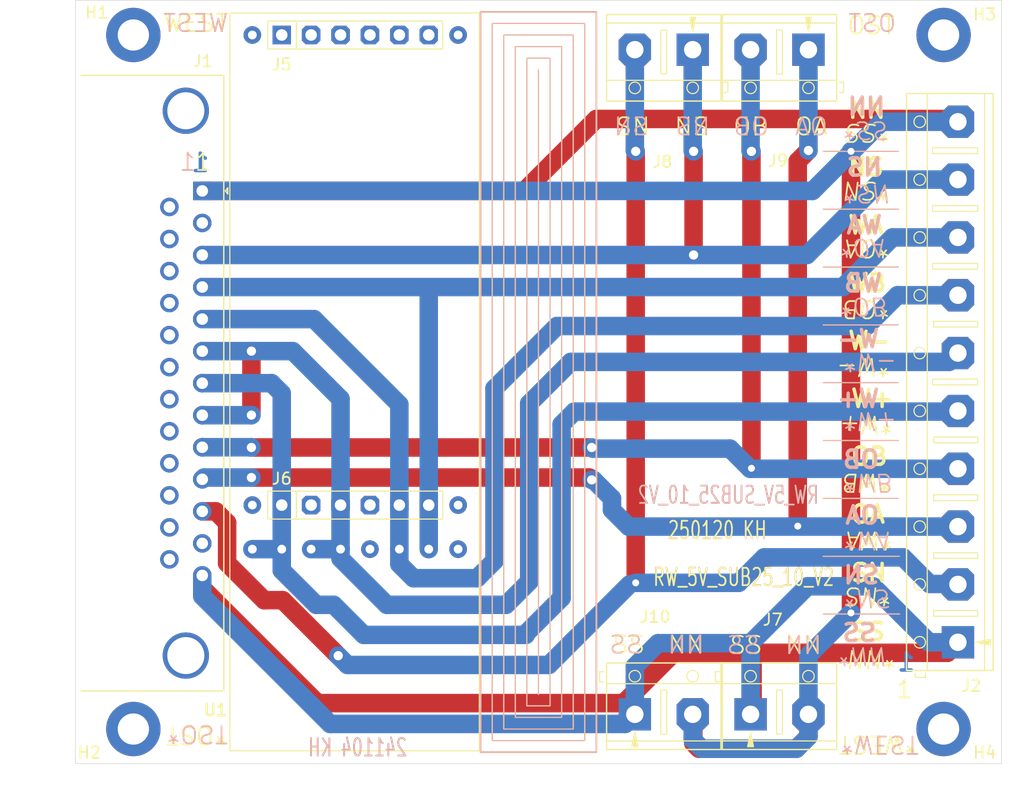
<source format=kicad_pcb>
(kicad_pcb (version 20240108) (generator "pcbnew") (generator_version "8.0")
  (layers (0 "F.Cu" signal) (31 "B.Cu" signal) (34 "B.Paste" user) (35 "F.Paste" user) (36 "B.SilkS" user "B.Silkscreen") (37 "F.SilkS" user "F.Silkscreen") (38 "B.Mask" user) (39 "F.Mask" user) (44 "Edge.Cuts" user))
  (net 0 "")
  (net 2 "/WB")
  (net 5 "/NN")
  (net 7 "/OB")
  (net 10 "/WA")
  (net 13 "/SN")
  (net 16 "/W-")
  (net 17 "/W+")
  (net 18 "/SS")
  (net 19 "/OA")
  (net 23 "/NS")
  (footprint "MountingHole:MountingHole_2.7mm_M2.5_DIN965_Pad_TopBottom" (layer "F.Cu") (at 102.9 87.94)
    (property "Reference" "H4" (at 3.556 2.032 0) (layer "F.SilkS"))
    (property "Value" "MountingHole" (hide yes))
    (pad "1" thru_hole circle (at 0 0) (size 3.1 3.1) (drill 2.7) (layers "*.Cu" "*.Mask"))
    (pad "1" connect circle (at 0 0) (size 4.7 4.7) (layers "F.Cu" "F.Mask"))
    (pad "1" connect circle (at 0 0) (size 4.7 4.7) (layers "B.Cu" "B.Mask"))
  )
  (footprint "_kh_library:Screw_Terminal_01x02_P5" (layer "F.Cu") (at 81.225 29.21 -90)
    (property "Reference" "J8" (at 9.69 2.625 0) (layer "F.SilkS"))
    (property "Value" "Screw_Terminal_01x02_P5" (hide yes))
    (fp_line (start -2.3 -2.44) (end -2.3 7.44) (stroke (width 0.1)) (layer "F.SilkS"))
    (fp_line (start 2.65 -2.44) (end 2.65 7.44) (stroke (width 0.1)) (layer "F.SilkS"))
    (fp_line (start 2.81 -3.04) (end 2.81 -2.68) (stroke (width 0.1)) (layer "F.SilkS"))
    (fp_line (start 2.81 -3.04) (end 3.69 -3.04) (stroke (width 0.1)) (layer "F.SilkS"))
    (fp_line (start 3.69 -3.04) (end 3.69 -2.68) (stroke (width 0.1)) (layer "F.SilkS"))
    (fp_rect (start -1.7 2.25) (end 2.1 2.75) (stroke (width 0.1)) (fill none) (layer "F.SilkS"))
    (fp_rect (start -3.04 -2.44) (end 4.44 7.44) (stroke (width 0.12)) (fill none) (layer "F.SilkS"))
    (fp_circle (center 3.3 5) (end 3.8 5) (stroke (width 0.1)) (fill none) (layer "F.SilkS"))
    (fp_circle (center 3.3 0) (end 3.8 0) (stroke (width 0.1)) (fill none) (layer "F.SilkS"))
    (fp_poly (pts (xy -2.794 -0.254) (xy -1.524 0) (xy -2.794 0.254)) (stroke (width 0.1)) (fill solid) (layer "F.SilkS"))
    (pad "1" thru_hole rect (at 0 0 270) (size 2.8 2.8) (drill 1.5) (layers "*.Cu" "*.Mask") (net 23 "/NS"))
    (pad "2" thru_hole roundrect (at 0 5 270) (size 2.8 2.8) (drill 1.5) (layers "*.Cu" "*.Mask") (roundrect_rratio 0) (chamfer_ratio 0.2) (chamfer top_left top_right bottom_left bottom_right) (net 13 "/SN"))
  )
  (footprint "_kh_library:Screw_Terminal_01x02_P5" (layer "F.Cu") (at 76.225 86.67 90)
    (property "Reference" "J10" (at 8.438 1.753 360) (layer "F.SilkS"))
    (property "Value" "Screw_Terminal_01x02_P5")
    (fp_line (start 3.69 -3.04) (end 3.69 -2.68) (stroke (width 0.1)) (layer "F.SilkS"))
    (fp_line (start 2.81 -3.04) (end 3.69 -3.04) (stroke (width 0.1)) (layer "F.SilkS"))
    (fp_line (start 2.81 -3.04) (end 2.81 -2.68) (stroke (width 0.1)) (layer "F.SilkS"))
    (fp_line (start 2.65 -2.44) (end 2.65 7.44) (stroke (width 0.1)) (layer "F.SilkS"))
    (fp_line (start -2.3 -2.44) (end -2.3 7.44) (stroke (width 0.1)) (layer "F.SilkS"))
    (fp_rect (start -3.04 -2.44) (end 4.44 7.44) (stroke (width 0.12)) (fill none) (layer "F.SilkS"))
    (fp_rect (start -1.7 2.25) (end 2.1 2.75) (stroke (width 0.1)) (fill none) (layer "F.SilkS"))
    (fp_circle (center 3.3 0) (end 3.8 0) (stroke (width 0.1)) (fill none) (layer "F.SilkS"))
    (fp_circle (center 3.3 5) (end 3.8 5) (stroke (width 0.1)) (fill none) (layer "F.SilkS"))
    (fp_poly (pts (xy -2.794 -0.254) (xy -1.524 0) (xy -2.794 0.254)) (stroke (width 0.1)) (fill solid) (layer "F.SilkS"))
    (pad "1" thru_hole rect (at 0 0 90) (size 2.8 2.8) (drill 1.5) (layers "*.Cu" "*.Mask") (net 18 "/SS"))
    (pad "2" thru_hole roundrect (at 0 5 90) (size 2.8 2.8) (drill 1.5) (layers "*.Cu" "*.Mask") (roundrect_rratio 0) (chamfer_ratio 0.2) (chamfer top_left top_right bottom_left bottom_right) (net 5 "/NN"))
  )
  (footprint "MountingHole:MountingHole_2.7mm_M2.5_DIN965_Pad_TopBottom" (layer "F.Cu") (at 102.9 27.94)
    (property "Reference" "H3" (at 3.556 -1.778 0) (layer "F.SilkS"))
    (property "Value" "MountingHole" (hide yes))
    (pad "1" thru_hole circle (at 0 0) (size 3.1 3.1) (drill 2.7) (layers "*.Cu" "*.Mask"))
    (pad "1" connect circle (at 0 0) (size 4.7 4.7) (layers "F.Cu" "F.Mask"))
    (pad "1" connect circle (at 0 0) (size 4.7 4.7) (layers "B.Cu" "B.Mask"))
  )
  (footprint "_kh_library:PinSocket_1x06_P2.54mm_Vertical_kh" (layer "F.Cu") (at 45.72 68.58 90)
    (property "Reference" "J6" (at 2.286 0 180) (layer "F.SilkS"))
    (property "Value" "Conn_01x06")
    (fp_line (start -1.21 1.27) (end 1.21 1.27) (stroke (width 0.12)) (layer "F.SilkS"))
    (fp_rect (start -1.21 -1.21) (end 1.21 13.91) (stroke (width 0.1)) (fill none) (layer "F.SilkS"))
    (pad "1" thru_hole rect (at 0 0 90) (size 1.6 1.6) (drill 1) (layers "*.Cu" "*.Mask") (net 17 "/W+"))
    (pad "2" thru_hole roundrect (at 0 2.54 90) (size 1.6 1.6) (drill 1) (layers "*.Cu" "*.Mask") (roundrect_rratio 0) (chamfer_ratio 0.2) (chamfer top_left top_right bottom_left bottom_right))
    (pad "3" thru_hole roundrect (at 0 5.08 90) (size 1.6 1.6) (drill 1) (layers "*.Cu" "*.Mask") (roundrect_rratio 0) (chamfer_ratio 0.2) (chamfer top_left top_right bottom_left bottom_right) (net 16 "/W-"))
    (pad "4" thru_hole roundrect (at 0 7.62 90) (size 1.6 1.6) (drill 1) (layers "*.Cu" "*.Mask") (roundrect_rratio 0) (chamfer_ratio 0.2) (chamfer top_left top_right bottom_left bottom_right))
    (pad "5" thru_hole roundrect (at 0 10.16 90) (size 1.6 1.6) (drill 1) (layers "*.Cu" "*.Mask") (roundrect_rratio 0) (chamfer_ratio 0.2) (chamfer top_left top_right bottom_left bottom_right) (net 2 "/WB"))
    (pad "6" thru_hole roundrect (at 0 12.7 90) (size 1.6 1.6) (drill 1) (layers "*.Cu" "*.Mask") (roundrect_rratio 0) (chamfer_ratio 0.2) (chamfer top_left top_right bottom_left bottom_right) (net 10 "/WA"))
  )
  (footprint "MountingHole:MountingHole_2.7mm_M2.5_DIN965_Pad_TopBottom" (layer "F.Cu") (at 32.9 27.94)
    (property "Reference" "H1" (at -3.17 -1.94 0) (layer "F.SilkS"))
    (property "Value" "MountingHole" (hide yes))
    (pad "1" thru_hole circle (at 0 0) (size 3.1 3.1) (drill 2.7) (layers "*.Cu" "*.Mask"))
    (pad "1" connect circle (at 0 0) (size 4.7 4.7) (layers "F.Cu" "F.Mask"))
    (pad "1" connect circle (at 0 0) (size 4.7 4.7) (layers "B.Cu" "B.Mask"))
  )
  (footprint "_kh_library:PinSocket_1x06_P2.54mm_Vertical_kh" (layer "F.Cu") (at 45.72 27.94 90)
    (property "Reference" "J5" (at -2.54 0 180) (layer "F.SilkS"))
    (property "Value" "Conn_01x06")
    (fp_line (start -1.21 1.27) (end 1.21 1.27) (stroke (width 0.12)) (layer "F.SilkS"))
    (fp_rect (start -1.21 -1.21) (end 1.21 13.91) (stroke (width 0.1)) (fill none) (layer "F.SilkS"))
    (pad "1" thru_hole rect (at 0 0 90) (size 1.6 1.6) (drill 1) (layers "*.Cu" "*.Mask"))
    (pad "2" thru_hole roundrect (at 0 2.54 90) (size 1.6 1.6) (drill 1) (layers "*.Cu" "*.Mask") (roundrect_rratio 0) (chamfer_ratio 0.2) (chamfer top_left top_right bottom_left bottom_right))
    (pad "3" thru_hole roundrect (at 0 5.08 90) (size 1.6 1.6) (drill 1) (layers "*.Cu" "*.Mask") (roundrect_rratio 0) (chamfer_ratio 0.2) (chamfer top_left top_right bottom_left bottom_right))
    (pad "4" thru_hole roundrect (at 0 7.62 90) (size 1.6 1.6) (drill 1) (layers "*.Cu" "*.Mask") (roundrect_rratio 0) (chamfer_ratio 0.2) (chamfer top_left top_right bottom_left bottom_right))
    (pad "5" thru_hole roundrect (at 0 10.16 90) (size 1.6 1.6) (drill 1) (layers "*.Cu" "*.Mask") (roundrect_rratio 0) (chamfer_ratio 0.2) (chamfer top_left top_right bottom_left bottom_right))
    (pad "6" thru_hole roundrect (at 0 12.7 90) (size 1.6 1.6) (drill 1) (layers "*.Cu" "*.Mask") (roundrect_rratio 0) (chamfer_ratio 0.2) (chamfer top_left top_right bottom_left bottom_right))
  )
  (footprint "_kh_library:AC_5V_supply_6pol_PinsOnly" (layer "F.Cu") (at 43.18 72.39 90)
    (property "Reference" "U1" (at -13.91 -3.18 0) (layer "F.SilkS") (effects (font (thickness 0.2) (bold yes))))
    (property "Value" "~" (hide yes))
    (pad "1" thru_hole circle (at 0 0 90) (size 1.524 1.524) (drill 0.762) (layers "*.Cu" "*.Mask") (net 17 "/W+"))
    (pad "2" thru_hole circle (at 0 2.54 90) (size 1.524 1.524) (drill 0.762) (layers "*.Cu" "*.Mask") (net 17 "/W+"))
    (pad "3" thru_hole circle (at 0 5.08 90) (size 1.524 1.524) (drill 0.762) (layers "*.Cu" "*.Mask") (net 16 "/W-"))
    (pad "4" thru_hole circle (at 0 7.62 90) (size 1.524 1.524) (drill 0.762) (layers "*.Cu" "*.Mask") (net 16 "/W-"))
    (pad "5" thru_hole circle (at 0 10.16 90) (size 1.524 1.524) (drill 0.762) (layers "*.Cu" "*.Mask"))
    (pad "6" thru_hole circle (at 0 12.7 90) (size 1.524 1.524) (drill 0.762) (layers "*.Cu" "*.Mask") (net 2 "/WB"))
    (pad "7" thru_hole circle (at 0 15.24 90) (size 1.524 1.524) (drill 0.762) (layers "*.Cu" "*.Mask") (net 10 "/WA"))
    (pad "8" thru_hole circle (at 0 17.78 90) (size 1.524 1.524) (drill 0.762) (layers "*.Cu" "*.Mask"))
    (pad "9" thru_hole circle (at 3.81 0 90) (size 1.524 1.524) (drill 0.762) (layers "*.Cu" "*.Mask"))
    (pad "10" thru_hole circle (at 3.81 17.78 90) (size 1.524 1.524) (drill 0.762) (layers "*.Cu" "*.Mask"))
    (pad "11" thru_hole circle (at 44.45 0 90) (size 1.524 1.524) (drill 0.762) (layers "*.Cu" "*.Mask"))
    (pad "12" thru_hole circle (at 44.45 17.78 90) (size 1.524 1.524) (drill 0.762) (layers "*.Cu" "*.Mask"))
  )
  (footprint "_kh_library:DSUB-25_Male_Horizontal_P2.77x2.84mm_EdgePinOffset7.70mm_Housed_MountingHolesOffset9.12mm" (layer "F.Cu") (at 38.854 41.42 -90)
    (property "Reference" "J1" (at -11.22 -0.046 180) (layer "F.SilkS"))
    (property "Value" "DB25_Plug")
    (fp_line (start -9.99 10.48) (end -9.99 -1.86) (stroke (width 0.12)) (layer "F.SilkS"))
    (fp_line (start -9.99 -1.86) (end 43.23 -1.86) (stroke (width 0.12)) (layer "F.SilkS"))
    (fp_line (start 43.23 -1.86) (end 43.23 10.48) (stroke (width 0.12)) (layer "F.SilkS"))
    (fp_line (start 0 -2) (end -0.25 -2.2) (stroke (width 0.12)) (layer "F.SilkS"))
    (fp_line (start -0.25 -2.2) (end 0.25 -2.2) (stroke (width 0.12)) (layer "F.SilkS"))
    (fp_line (start 0.254 -2.2) (end 0 -2) (stroke (width 0.12)) (layer "F.SilkS"))
    (pad "0" thru_hole circle (at -6.93 1.42 270) (size 4 4) (drill 3.2) (layers "*.Cu" "*.Mask"))
    (pad "0" thru_hole circle (at 40.17 1.42 270) (size 4 4) (drill 3.2) (layers "*.Cu" "*.Mask"))
    (pad "1" thru_hole rect (at 0 0 270) (size 1.6 1.6) (drill 1) (layers "*.Cu" "*.Mask") (net 5 "/NN"))
    (pad "2" thru_hole circle (at 2.77 0 270) (size 1.6 1.6) (drill 1) (layers "*.Cu" "*.Mask"))
    (pad "3" thru_hole circle (at 5.54 0 270) (size 1.6 1.6) (drill 1) (layers "*.Cu" "*.Mask") (net 23 "/NS"))
    (pad "4" thru_hole circle (at 8.31 0 270) (size 1.6 1.6) (drill 1) (layers "*.Cu" "*.Mask") (net 10 "/WA"))
    (pad "5" thru_hole circle (at 11.08 0 270) (size 1.6 1.6) (drill 1) (layers "*.Cu" "*.Mask") (net 2 "/WB"))
    (pad "6" thru_hole circle (at 13.85 0 270) (size 1.6 1.6) (drill 1) (layers "*.Cu" "*.Mask") (net 16 "/W-"))
    (pad "7" thru_hole circle (at 16.62 0 270) (size 1.6 1.6) (drill 1) (layers "*.Cu" "*.Mask") (net 17 "/W+"))
    (pad "8" thru_hole circle (at 19.39 0 270) (size 1.6 1.6) (drill 1) (layers "*.Cu" "*.Mask") (net 16 "/W-"))
    (pad "9" thru_hole circle (at 22.16 0 270) (size 1.6 1.6) (drill 1) (layers "*.Cu" "*.Mask") (net 7 "/OB"))
    (pad "10" thru_hole circle (at 24.93 0 270) (size 1.6 1.6) (drill 1) (layers "*.Cu" "*.Mask") (net 19 "/OA"))
    (pad "11" thru_hole circle (at 27.7 0 270) (size 1.6 1.6) (drill 1) (layers "*.Cu" "*.Mask") (net 13 "/SN"))
    (pad "12" thru_hole circle (at 30.47 0 270) (size 1.6 1.6) (drill 1) (layers "*.Cu" "*.Mask"))
    (pad "13" thru_hole circle (at 33.24 0 270) (size 1.6 1.6) (drill 1) (layers "*.Cu" "*.Mask") (net 18 "/SS"))
    (pad "14" thru_hole circle (at 1.385 2.84 270) (size 1.6 1.6) (drill 1) (layers "*.Cu" "*.Mask"))
    (pad "15" thru_hole circle (at 4.155 2.84 270) (size 1.6 1.6) (drill 1) (layers "*.Cu" "*.Mask"))
    (pad "16" thru_hole circle (at 6.925 2.84 270) (size 1.6 1.6) (drill 1) (layers "*.Cu" "*.Mask"))
    (pad "17" thru_hole circle (at 9.695 2.84 270) (size 1.6 1.6) (drill 1) (layers "*.Cu" "*.Mask"))
    (pad "18" thru_hole circle (at 12.465 2.84 270) (size 1.6 1.6) (drill 1) (layers "*.Cu" "*.Mask"))
    (pad "19" thru_hole circle (at 15.235 2.84 270) (size 1.6 1.6) (drill 1) (layers "*.Cu" "*.Mask"))
    (pad "20" thru_hole circle (at 18.005 2.84 270) (size 1.6 1.6) (drill 1) (layers "*.Cu" "*.Mask"))
    (pad "21" thru_hole circle (at 20.775 2.84 270) (size 1.6 1.6) (drill 1) (layers "*.Cu" "*.Mask"))
    (pad "22" thru_hole circle (at 23.545 2.84 270) (size 1.6 1.6) (drill 1) (layers "*.Cu" "*.Mask"))
    (pad "23" thru_hole circle (at 26.315 2.84 270) (size 1.6 1.6) (drill 1) (layers "*.Cu" "*.Mask"))
    (pad "24" thru_hole circle (at 29.085 2.84 270) (size 1.6 1.6) (drill 1) (layers "*.Cu" "*.Mask"))
    (pad "25" thru_hole circle (at 31.855 2.84 270) (size 1.6 1.6) (drill 1) (layers "*.Cu" "*.Mask"))
  )
  (footprint "_kh_library:Screw_Terminal_01x02_P5" (layer "F.Cu") (at 86.225 86.67 90)
    (property "Reference" "J7" (at 8.184 1.913 0) (layer "F.SilkS"))
    (property "Value" "Screw_Terminal_01x02_P5" (hide yes))
    (fp_line (start 3.69 -3.04) (end 3.69 -2.68) (stroke (width 0.1)) (layer "F.SilkS"))
    (fp_line (start 2.81 -3.04) (end 3.69 -3.04) (stroke (width 0.1)) (layer "F.SilkS"))
    (fp_line (start 2.81 -3.04) (end 2.81 -2.68) (stroke (width 0.1)) (layer "F.SilkS"))
    (fp_line (start 2.65 -2.44) (end 2.65 7.44) (stroke (width 0.1)) (layer "F.SilkS"))
    (fp_line (start -2.3 -2.44) (end -2.3 7.44) (stroke (width 0.1)) (layer "F.SilkS"))
    (fp_rect (start -3.04 -2.44) (end 4.44 7.44) (stroke (width 0.12)) (fill none) (layer "F.SilkS"))
    (fp_rect (start -1.7 2.25) (end 2.1 2.75) (stroke (width 0.1)) (fill none) (layer "F.SilkS"))
    (fp_circle (center 3.3 0) (end 3.8 0) (stroke (width 0.1)) (fill none) (layer "F.SilkS"))
    (fp_circle (center 3.3 5) (end 3.8 5) (stroke (width 0.1)) (fill none) (layer "F.SilkS"))
    (fp_poly (pts (xy -2.794 -0.254) (xy -1.524 0) (xy -2.794 0.254)) (stroke (width 0.1)) (fill solid) (layer "F.SilkS"))
    (pad "1" thru_hole rect (at 0 0 90) (size 2.8 2.8) (drill 1.5) (layers "*.Cu" "*.Mask") (net 18 "/SS"))
    (pad "2" thru_hole roundrect (at 0 5 90) (size 2.8 2.8) (drill 1.5) (layers "*.Cu" "*.Mask") (roundrect_rratio 0) (chamfer_ratio 0.2) (chamfer top_left top_right bottom_left bottom_right) (net 5 "/NN"))
  )
  (footprint "MountingHole:MountingHole_2.7mm_M2.5_DIN965_Pad_TopBottom" (layer "F.Cu") (at 32.9 87.94)
    (property "Reference" "H2" (at -3.81 2.032 0) (layer "F.SilkS"))
    (property "Value" "MountingHole" (hide yes))
    (pad "1" thru_hole circle (at 0 0) (size 3.1 3.1) (drill 2.7) (layers "*.Cu" "*.Mask"))
    (pad "1" connect circle (at 0 0) (size 4.7 4.7) (layers "F.Cu" "F.Mask"))
    (pad "1" connect circle (at 0 0) (size 4.7 4.7) (layers "B.Cu" "B.Mask"))
  )
  (footprint "_kh_library:Screw_Terminal_01x10_P5" (layer "F.Cu") (at 104.14 80.44 180)
    (property "Reference" "J2" (at -1.16 -3.76 180) (layer "F.SilkS"))
    (property "Value" "Screw_Terminal_01x10_P5")
    (fp_line (start 3.69 -3.04) (end 3.69 -2.68) (stroke (width 0.1)) (layer "F.SilkS"))
    (fp_line (start 2.81 -3.04) (end 3.69 -3.04) (stroke (width 0.1)) (layer "F.SilkS"))
    (fp_line (start 2.81 -3.04) (end 2.81 -2.68) (stroke (width 0.1)) (layer "F.SilkS"))
    (fp_line (start 2.65 -2.44) (end 2.65 47.44) (stroke (width 0.1)) (layer "F.SilkS"))
    (fp_line (start -2.3 -2.44) (end -2.3 47.44) (stroke (width 0.1)) (layer "F.SilkS"))
    (fp_rect (start -1.7 42.25) (end 2.2 42.75) (stroke (width 0.1)) (fill none) (layer "F.SilkS"))
    (fp_rect (start -1.7 37.25) (end 2.2 37.75) (stroke (width 0.1)) (fill none) (layer "F.SilkS"))
    (fp_rect (start -1.7 32.25) (end 2.2 32.75) (stroke (width 0.1)) (fill none) (layer "F.SilkS"))
    (fp_rect (start -1.7 27.25) (end 2.1 27.75) (stroke (width 0.1)) (fill none) (layer "F.SilkS"))
    (fp_rect (start -1.7 22.25) (end 2.2 22.75) (stroke (width 0.1)) (fill none) (layer "F.SilkS"))
    (fp_rect (start -1.7 17.25) (end 2.1 17.75) (stroke (width 0.1)) (fill none) (layer "F.SilkS"))
    (fp_rect (start -1.7 12.25) (end 2.1 12.75) (stroke (width 0.1)) (fill none) (layer "F.SilkS"))
    (fp_rect (start -1.7 7.25) (end 2.1 7.75) (stroke (width 0.1)) (fill none) (layer "F.SilkS"))
    (fp_rect (start -1.7 2.25) (end 2.1 2.75) (stroke (width 0.1)) (fill none) (layer "F.SilkS"))
    (fp_rect (start -3.04 -2.44) (end 4.44 47.44) (stroke (width 0.12)) (fill none) (layer "F.SilkS"))
    (fp_circle (center 3.3 45) (end 3.8 45) (stroke (width 0.1)) (fill none) (layer "F.SilkS"))
    (fp_circle (center 3.3 40) (end 3.8 40) (stroke (width 0.1)) (fill none) (layer "F.SilkS"))
    (fp_circle (center 3.3 35) (end 3.8 35) (stroke (width 0.1)) (fill none) (layer "F.SilkS"))
    (fp_circle (center 3.3 30) (end 3.8 30) (stroke (width 0.1)) (fill none) (layer "F.SilkS"))
    (fp_circle (center 3.3 25) (end 3.8 25) (stroke (width 0.1)) (fill none) (layer "F.SilkS"))
    (fp_circle (center 3.3 20) (end 3.8 20) (stroke (width 0.1)) (fill none) (layer "F.SilkS"))
    (fp_circle (center 3.3 15) (end 3.8 15) (stroke (width 0.1)) (fill none) (layer "F.SilkS"))
    (fp_circle (center 3.3 10) (end 3.8 10) (stroke (width 0.1)) (fill none) (layer "F.SilkS"))
    (fp_circle (center 3.3 5) (end 3.8 5) (stroke (width 0.1)) (fill none) (layer "F.SilkS"))
    (fp_circle (center 3.3 0) (end 3.8 0) (stroke (width 0.1)) (fill none) (layer "F.SilkS"))
    (fp_poly (pts (xy -2.794 -0.254) (xy -1.524 0) (xy -2.794 0.254)) (stroke (width 0.1)) (fill solid) (layer "F.SilkS"))
    (pad "1" thru_hole rect (at 0 0 180) (size 2.8 2.8) (drill 1.5) (layers "*.Cu" "*.Mask") (net 18 "/SS"))
    (pad "2" thru_hole roundrect (at 0 5 180) (size 2.8 2.8) (drill 1.5) (layers "*.Cu" "*.Mask") (roundrect_rratio 0) (chamfer_ratio 0.2) (chamfer top_left top_right bottom_left bottom_right) (net 13 "/SN"))
    (pad "3" thru_hole roundrect (at 0 10 180) (size 2.8 2.8) (drill 1.5) (layers "*.Cu" "*.Mask") (roundrect_rratio 0) (chamfer_ratio 0.2) (chamfer top_left top_right bottom_left bottom_right) (net 19 "/OA"))
    (pad "4" thru_hole roundrect (at 0 15 180) (size 2.8 2.8) (drill 1.5) (layers "*.Cu" "*.Mask") (roundrect_rratio 0) (chamfer_ratio 0.2) (chamfer top_left top_right bottom_left bottom_right) (net 7 "/OB"))
    (pad "5" thru_hole roundrect (at 0 20 180) (size 2.8 2.8) (drill 1.5) (layers "*.Cu" "*.Mask") (roundrect_rratio 0) (chamfer_ratio 0.2) (chamfer top_left top_right bottom_left bottom_right) (net 17 "/W+"))
    (pad "6" thru_hole roundrect (at 0 25 180) (size 2.8 2.8) (drill 1.5) (layers "*.Cu" "*.Mask") (roundrect_rratio 0) (chamfer_ratio 0.2) (chamfer top_left top_right bottom_left bottom_right) (net 16 "/W-"))
    (pad "7" thru_hole roundrect (at 0 30 180) (size 2.8 2.8) (drill 1.5) (layers "*.Cu" "*.Mask") (roundrect_rratio 0) (chamfer_ratio 0.2) (chamfer top_left top_right bottom_left bottom_right) (net 2 "/WB"))
    (pad "8" thru_hole roundrect (at 0 35 180) (size 2.8 2.8) (drill 1.5) (layers "*.Cu" "*.Mask") (roundrect_rratio 0) (chamfer_ratio 0.2) (chamfer top_left top_right bottom_left bottom_right) (net 10 "/WA"))
    (pad "9" thru_hole roundrect (at 0 40 180) (size 2.8 2.8) (drill 1.5) (layers "*.Cu" "*.Mask") (roundrect_rratio 0) (chamfer_ratio 0.2) (chamfer top_left top_right bottom_left bottom_right) (net 23 "/NS"))
    (pad "10" thru_hole roundrect (at 0 45 180) (size 2.8 2.8) (drill 1.5) (layers "*.Cu" "*.Mask") (roundrect_rratio 0) (chamfer_ratio 0.2) (chamfer top_left top_right bottom_left bottom_right) (net 5 "/NN"))
  )
  (footprint "_kh_library:Screw_Terminal_01x02_P5" (layer "F.Cu") (at 91.225 29.21 -90)
    (property "Reference" "J9" (at 9.59 2.625 0) (layer "F.SilkS"))
    (property "Value" "Screw_Terminal_01x02_P5" (hide yes))
    (fp_line (start -2.3 -2.44) (end -2.3 7.44) (stroke (width 0.1)) (layer "F.SilkS"))
    (fp_line (start 2.65 -2.44) (end 2.65 7.44) (stroke (width 0.1)) (layer "F.SilkS"))
    (fp_line (start 2.81 -3.04) (end 2.81 -2.68) (stroke (width 0.1)) (layer "F.SilkS"))
    (fp_line (start 2.81 -3.04) (end 3.69 -3.04) (stroke (width 0.1)) (layer "F.SilkS"))
    (fp_line (start 3.69 -3.04) (end 3.69 -2.68) (stroke (width 0.1)) (layer "F.SilkS"))
    (fp_rect (start -1.7 2.25) (end 2.1 2.75) (stroke (width 0.1)) (fill none) (layer "F.SilkS"))
    (fp_rect (start -3.04 -2.44) (end 4.44 7.44) (stroke (width 0.12)) (fill none) (layer "F.SilkS"))
    (fp_circle (center 3.3 5) (end 3.8 5) (stroke (width 0.1)) (fill none) (layer "F.SilkS"))
    (fp_circle (center 3.3 0) (end 3.8 0) (stroke (width 0.1)) (fill none) (layer "F.SilkS"))
    (fp_poly (pts (xy -2.794 -0.254) (xy -1.524 0) (xy -2.794 0.254)) (stroke (width 0.1)) (fill solid) (layer "F.SilkS"))
    (pad "1" thru_hole rect (at 0 0 270) (size 2.8 2.8) (drill 1.5) (layers "*.Cu" "*.Mask") (net 19 "/OA"))
    (pad "2" thru_hole roundrect (at 0 5 270) (size 2.8 2.8) (drill 1.5) (layers "*.Cu" "*.Mask") (roundrect_rratio 0) (chamfer_ratio 0.2) (chamfer top_left top_right bottom_left bottom_right) (net 7 "/OB"))
  )
  (gr_line (start 67.9 30.94) (end 67.9 84.94) (stroke (width 0.1)) (layer "B.SilkS"))
  (gr_line (start 99 38) (end 92.5 38) (stroke (width 0.1)) (layer "B.SilkS"))
  (gr_rect (start 65.9 28.94) (end 69.9 86.94) (stroke (width 0.1)) (fill none) (layer "B.SilkS"))
  (gr_line (start 99 58) (end 92.5 58) (stroke (width 0.1)) (layer "B.SilkS"))
  (gr_line (start 99 48) (end 92.5 48) (stroke (width 0.1)) (layer "B.SilkS"))
  (gr_line (start 99 68) (end 92.5 68) (stroke (width 0.1)) (layer "B.SilkS"))
  (gr_line (start 99.1 78) (end 92.5 78) (stroke (width 0.1)) (layer "B.SilkS"))
  (gr_line (start 99.1 73) (end 92.5 73) (stroke (width 0.1)) (layer "B.SilkS"))
  (gr_line (start 99 43) (end 92.5 43) (stroke (width 0.1)) (layer "B.SilkS"))
  (gr_line (start 99 63) (end 92.5 63) (stroke (width 0.1)) (layer "B.SilkS"))
  (gr_rect (start 66.9 29.94) (end 68.9 85.94) (stroke (width 0.1)) (fill none) (layer "B.SilkS"))
  (gr_rect (start 62.9 25.94) (end 72.9 89.94) (stroke (width 0.15)) (fill none) (layer "B.SilkS"))
  (gr_rect (start 64.9 27.94) (end 70.9 87.94) (stroke (width 0.1)) (fill none) (layer "B.SilkS"))
  (gr_rect (start 63.9 26.94) (end 71.9 88.94) (stroke (width 0.1)) (fill none) (layer "B.SilkS"))
  (gr_line (start 99 53) (end 92.5 53) (stroke (width 0.1)) (layer "B.SilkS"))
  (gr_line (start 99.1 78) (end 92.5 78) (stroke (width 0.1)) (layer "F.SilkS"))
  (gr_line (start 99 43) (end 92.5 43) (stroke (width 0.1)) (layer "F.SilkS"))
  (gr_line (start 99 48) (end 92.5 48) (stroke (width 0.1)) (layer "F.SilkS"))
  (gr_rect (start 65.9 28.94) (end 69.9 86.94) (stroke (width 0.1)) (fill none) (layer "F.SilkS"))
  (gr_line (start 98.9 38) (end 92.5 38) (stroke (width 0.1)) (layer "F.SilkS"))
  (gr_line (start 98.9 73) (end 92.5 73) (stroke (width 0.1)) (layer "F.SilkS"))
  (gr_line (start 67.9 30.94) (end 67.9 84.94) (stroke (width 0.1)) (layer "F.SilkS"))
  (gr_rect (start 41.237 26.035) (end 62.791 89.819) (stroke (width 0.1)) (fill none) (layer "F.SilkS"))
  (gr_line (start 99 63) (end 92.5 63) (stroke (width 0.1)) (layer "F.SilkS"))
  (gr_rect (start 62.9 25.94) (end 72.9 89.94) (stroke (width 0.15)) (fill none) (layer "F.SilkS"))
  (gr_rect (start 64.9 27.94) (end 70.9 87.94) (stroke (width 0.1)) (fill none) (layer "F.SilkS"))
  (gr_line (start 98.9 53) (end 92.5 53) (stroke (width 0.1)) (layer "F.SilkS"))
  (gr_rect (start 66.9 29.94) (end 68.9 85.94) (stroke (width 0.1)) (fill none) (layer "F.SilkS"))
  (gr_rect (start 63.9 26.94) (end 71.9 88.94) (stroke (width 0.1)) (fill none) (layer "F.SilkS"))
  (gr_line (start 98.9 58) (end 92.5 58) (stroke (width 0.1)) (layer "F.SilkS"))
  (gr_line (start 98.9 68) (end 92.5 68) (stroke (width 0.1)) (layer "F.SilkS"))
  (gr_rect (start 27.9 24.94) (end 107.9 90.94) (stroke (width 0.05)) (fill none) (layer "Edge.Cuts"))
  (gr_text "250120 KH" (at 78.994 71.628 0) (layer "F.Cu") (effects (font (size 1.5 1) (thickness 0.15) (bold yes)) (justify left bottom)))
  (gr_text "RW_5V_SUB25_10_V2" (at 77.724 75.692 0) (layer "F.Cu") (effects (font (size 1.5 1) (thickness 0.15) (bold yes)) (justify left bottom)))
  (gr_text "1" (at 39.6 38.1 0) (layer "B.Cu") (effects (font (size 1.5 1.5) (thickness 0.3) (bold yes)) (justify left top mirror)))
  (gr_text "RW_5V_SUB25_10_V2" (at 92.202 68.58 0) (layer "B.Cu") (effects (font (size 1.5 1) (thickness 0.15) (bold yes)) (justify left bottom mirror)))
  (gr_text "241104 KH" (at 56.642 90.424 0) (layer "B.Cu") (effects (font (size 1.5 1) (thickness 0.15) (bold yes)) (justify left bottom mirror)))
  (gr_text "1" (at 100.584 81.28 0) (layer "B.Cu") (effects (font (size 1.5 1.5) (thickness 0.3) (bold yes)) (justify left top mirror)))
  (gr_text "*OST" (at 35.7 87.5 180) (layer "B.SilkS") (effects (font (size 1.5 1.5)) (justify left bottom mirror)))
  (gr_text "OST" (at 98.9 27.8 0) (layer "B.SilkS") (effects (font (size 1.5 1.5)) (justify left bottom mirror)))
  (gr_text "SN" (at 77.508 36.74 0) (layer "B.SilkS") (effects (font (size 1.5 1.5)) (justify left bottom mirror)))
  (gr_text "WEST" (at 41.2 27.8 0) (layer "B.SilkS") (effects (font (size 1.5 1.5)) (justify left bottom mirror)))
  (gr_text "W+" (at 97.5 60.25 0) (layer "B.SilkS") (effects (font (size 1.5 1.5) (thickness 0.3) (bold yes)) (justify left bottom mirror)))
  (gr_text "SS" (at 97.25 80.5 0) (layer "B.SilkS") (effects (font (size 1.5 1.5) (thickness 0.3) (bold yes)) (justify left bottom mirror)))
  (gr_text "RW_5V_SUB25_10_V2" (at 92.202 68.58 0) (layer "B.SilkS") (effects (font (size 1.5 1) (thickness 0.15) (bold yes)) (justify left bottom mirror)))
  (gr_text "NN" (at 98 35 0) (layer "B.SilkS") (effects (font (size 1.5 1.5) (thickness 0.3) (bold yes)) (justify left bottom mirror)))
  (gr_text "*NN" (at 93.5 80.75 180) (layer "B.SilkS") (effects (font (size 1.5 1.5) (thickness 0.15) (italic yes)) (justify left bottom mirror)))
  (gr_text "*SS" (at 93.948 35.284 180) (layer "B.SilkS") (effects (font (size 1.5 1.5) (thickness 0.15) (italic yes)) (justify left bottom mirror)))
  (gr_text "*OB" (at 93.694 50.524 180) (layer "B.SilkS") (effects (font (size 1.5 1.5) (thickness 0.15) (italic yes)) (justify left bottom mirror)))
  (gr_text "SN" (at 97.504 75.5 0) (layer "B.SilkS") (effects (font (size 1.5 1.5) (thickness 0.3) (bold yes)) (justify left bottom mirror)))
  (gr_text "*WEST" (at 93.9 88.4 180) (layer "B.SilkS") (effects (font (size 1.5 1.5)) (justify left bottom mirror)))
  (gr_text "NN" (at 82.296 81.534 0) (layer "B.SilkS") (effects (font (size 1.5 1.5)) (justify left bottom mirror)))
  (gr_text "OB" (at 97.504 65.51 0) (layer "B.SilkS") (effects (font (size 1.5 1.5) (thickness 0.3) (bold yes)) (justify left bottom mirror)))
  (gr_text "OA" (at 97.504 70.336 0) (layer "B.SilkS") (effects (font (size 1.5 1.5) (thickness 0.3) (bold yes)) (justify left bottom mirror)))
  (gr_text "SS" (at 87.106 81.57 0) (layer "B.SilkS") (effects (font (size 1.5 1.5)) (justify left bottom mirror)))
  (gr_text "SS" (at 76.962 81.534 0) (layer "B.SilkS") (effects (font (size 1.5 1.5)) (justify left bottom mirror)))
  (gr_text "NS" (at 82.842 36.74 0) (layer "B.SilkS") (effects (font (size 1.5 1.5)) (justify left bottom mirror)))
  (gr_text "241104 KH" (at 56.642 90.424 0) (layer "B.SilkS") (effects (font (size 1.5 1) (thickness 0.15) (bold yes)) (justify left bottom mirror)))
  (gr_text "OB" (at 87.922 36.74 0) (layer "B.SilkS") (effects (font (size 1.5 1.5)) (justify left bottom mirror)))
  (gr_text "OA" (at 93.002 36.74 0) (layer "B.SilkS") (effects (font (size 1.5 1.5)) (justify left bottom mirror)))
  (gr_text "1" (at 38.4 39.8 0) (layer "B.SilkS") (effects (font (size 1.5 1.5)) (justify left bottom mirror)))
  (gr_text "W-" (at 97.5 55.096 0) (layer "B.SilkS") (effects (font (size 1.5 1.5) (thickness 0.3) (bold yes)) (justify left bottom mirror)))
  (gr_text "*OA" (at 93.694 45.444 180) (layer "B.SilkS") (effects (font (size 1.5 1.5) (thickness 0.15) (italic yes)) (justify left bottom mirror)))
  (gr_text "WA" (at 97.75 45.25 0) (layer "B.SilkS") (effects (font (size 1.5 1.5) (thickness 0.3) (bold yes)) (justify left bottom mirror)))
  (gr_text "*WB" (at 94 65.75 180) (layer "B.SilkS") (effects (font (size 1.5 1.5) (thickness 0.15) (italic yes)) (justify left bottom mirror)))
  (gr_text "*SN" (at 93.948 40.75 180) (layer "B.SilkS") (effects (font (size 1.5 1.5) (thickness 0.15) (italic yes)) (justify left bottom mirror)))
  (gr_text "*WA" (at 94 70.75 180) (layer "B.SilkS") (effects (font (size 1.5 1.5) (thickness 0.15) (italic yes)) (justify left bottom mirror)))
  (gr_text "*W-" (at 94 55.35 180) (layer "B.SilkS") (effects (font (size 1.5 1.5) (thickness 0.15) (italic yes)) (justify left bottom mirror)))
  (gr_text "NN" (at 92.44 81.57 0) (layer "B.SilkS") (effects (font (size 1.5 1.5)) (justify left bottom mirror)))
  (gr_text "NS" (at 97.75 40.25 0) (layer "B.SilkS") (effects (font (size 1.5 1.5) (thickness 0.3) (bold yes)) (justify left bottom mirror)))
  (gr_text "*W+" (at 94 60.43 180) (layer "B.SilkS") (effects (font (size 1.5 1.5) (thickness 0.15) (italic yes)) (justify left bottom mirror)))
  (gr_text "WB" (at 97.75 50.27 0) (layer "B.SilkS") (effects (font (size 1.5 1.5) (thickness 0.3) (bold yes)) (justify left bottom mirror)))
  (gr_text "*NS" (at 94 75.75 180) (layer "B.SilkS") (effects (font (size 1.5 1.5) (thickness 0.15) (italic yes)) (justify left bottom mirror)))
  (gr_text "SN" (at 94.75 75.32 0) (layer "F.SilkS") (effects (font (size 1.5 1.5) (thickness 0.3) (bold yes)) (justify left bottom)))
  (gr_text "W+" (at 94.75 60.25 0) (layer "F.SilkS") (effects (font (size 1.5 1.5) (thickness 0.3) (bold yes)) (justify left bottom)))
  (gr_text "*SS" (at 98.5 35.5 180) (layer "F.SilkS") (effects (font (size 1.5 1.5) (thickness 0.15) (italic yes)) (justify left bottom)))
  (gr_text "OB" (at 94.75 65.25 0) (layer "F.SilkS") (effects (font (size 1.5 1.5) (thickness 0.3) (bold yes)) (justify left bottom)))
  (gr_text "*WEST" (at 100.7 88.4 180) (layer "F.SilkS") (effects (font (size 1.5 1.5)) (justify left bottom)))
  (gr_text "*SN" (at 98.5 40.5 180) (layer "F.SilkS") (effects (font (size 1.5 1.5) (thickness 0.15) (italic yes)) (justify left bottom)))
  (gr_text "WA" (at 94.5 45.25 0) (layer "F.SilkS") (effects (font (size 1.5 1.5) (thickness 0.3) (bold yes)) (justify left bottom)))
  (gr_text "250120 KH" (at 78.994 71.628 0) (layer "F.SilkS") (effects (font (size 1.5 1) (thickness 0.15) (bold yes)) (justify left bottom)))
  (gr_text "*WB" (at 98.602 65.75 180) (layer "F.SilkS") (effects (font (size 1.5 1.5) (thickness 0.15) (italic yes)) (justify left bottom)))
  (gr_text "*NN" (at 99 81 180) (layer "F.SilkS") (effects (font (size 1.5 1.5) (thickness 0.15) (italic yes)) (justify left bottom)))
  (gr_text "NN" (at 78.994 81.534 0) (layer "F.SilkS") (effects (font (size 1.5 1.5)) (justify left bottom)))
  (gr_text "OA" (at 94.75 70.25 0) (layer "F.SilkS") (effects (font (size 1.5 1.5) (thickness 0.3) (bold yes)) (justify left bottom)))
  (gr_text "1" (at 98.7 85.4 0) (layer "F.SilkS") (effects (font (size 1.5 1.5)) (justify left bottom)))
  (gr_text "*WA" (at 98.75 70.75 180) (layer "F.SilkS") (effects (font (size 1.5 1.5) (thickness 0.15) (italic yes)) (justify left bottom)))
  (gr_text "WEST" (at 35.4 27.8 0) (layer "F.SilkS") (effects (font (size 1.5 1.5)) (justify left bottom)))
  (gr_text "NS" (at 94.5 40.25 0) (layer "F.SilkS") (effects (font (size 1.5 1.5) (thickness 0.3) (bold yes)) (justify left bottom)))
  (gr_text "RW_5V_SUB25_10_V2" (at 77.724 75.692 0) (layer "F.SilkS") (effects (font (size 1.5 1) (thickness 0.15) (bold yes)) (justify left bottom)))
  (gr_text "OST" (at 94.5 28 0) (layer "F.SilkS") (effects (font (size 1.5 1.5)) (justify left bottom)))
  (gr_text "NN" (at 94.5 35.25 0) (layer "F.SilkS") (effects (font (size 1.5 1.5) (thickness 0.3) (bold yes)) (justify left bottom)))
  (gr_text "*W+" (at 98.75 60.75 180) (layer "F.SilkS") (effects (font (size 1.5 1.5) (thickness 0.15) (italic yes)) (justify left bottom)))
  (gr_text "*OB" (at 98.5 50.75 180) (layer "F.SilkS") (effects (font (size 1.5 1.5) (thickness 0.15) (italic yes)) (justify left bottom)))
  (gr_text "NS" (at 79.54 36.74 0) (layer "F.SilkS") (effects (font (size 1.5 1.5)) (justify left bottom)))
  (gr_text "W-" (at 94.5 55.25 0) (layer "F.SilkS") (effects (font (size 1.5 1.5) (thickness 0.3) (bold yes)) (justify left bottom)))
  (gr_text "OA" (at 89.954 36.74 0) (layer "F.SilkS") (effects (font (size 1.5 1.5)) (justify left bottom)))
  (gr_text "*W-" (at 98.5 55.75 180) (layer "F.SilkS") (effects (font (size 1.5 1.5) (thickness 0.15) (italic yes)) (justify left bottom)))
  (gr_text "SN" (at 74.46 36.74 0) (layer "F.SilkS") (effects (font (size 1.5 1.5)) (justify left bottom)))
  (gr_text "NN" (at 89.138 81.57 0) (layer "F.SilkS") (effects (font (size 1.5 1.5)) (justify left bottom)))
  (gr_text "SS" (at 94.75 80.4 0) (layer "F.SilkS") (effects (font (size 1.5 1.5) (thickness 0.3) (bold yes)) (justify left bottom)))
  (gr_text "*OST" (at 41.1 87.6 180) (layer "F.SilkS") (effects (font (size 1.5 1.5)) (justify left bottom)))
  (gr_text "*NS" (at 98.602 75.574 180) (layer "F.SilkS") (effects (font (size 1.5 1.5) (thickness 0.15) (italic yes)) (justify left bottom)))
  (gr_text "1" (at 38.1 39.8 0) (layer "F.SilkS") (effects (font (size 1.5 1.5)) (justify left bottom)))
  (gr_text "SS" (at 74.168 81.534 0) (layer "F.SilkS") (effects (font (size 1.5 1.5)) (justify left bottom)))
  (gr_text "WB" (at 94.5 50.25 0) (layer "F.SilkS") (effects (font (size 1.5 1.5) (thickness 0.3) (bold yes)) (justify left bottom)))
  (gr_text "OB" (at 84.62 36.74 0) (layer "F.SilkS") (effects (font (size 1.5 1.5)) (justify left bottom)))
  (gr_text "SS" (at 84.312 81.57 0) (layer "F.SilkS") (effects (font (size 1.5 1.5)) (justify left bottom)))
  (gr_text "*OA" (at 98.5 45.5 180) (layer "F.SilkS") (effects (font (size 1.5 1.5) (thickness 0.15) (italic yes)) (justify left bottom)))
  (segment (start 55.88 59.88) (end 55.88 68.58) (width 1.6) (layer "B.Cu") (net 2))
  (segment (start 64.1 58.5) (end 64.1 73.4) (width 1.6) (layer "B.Cu") (net 2))
  (segment (start 55.88 72.39) (end 55.88 68.58) (width 1.6) (layer "B.Cu") (net 2))
  (segment (start 57.1 74.9) (end 55.88 73.68) (width 1.6) (layer "B.Cu") (net 2))
  (segment (start 96.26 53.1) (end 69.5 53.1) (width 1.6) (layer "B.Cu") (net 2))
  (segment (start 64.1 73.4) (end 62.6 74.9) (width 1.6) (layer "B.Cu") (net 2))
  (segment (start 69.5 53.1) (end 64.1 58.5) (width 1.6) (layer "B.Cu") (net 2))
  (segment (start 98.92 50.44) (end 96.26 53.1) (width 1.6) (layer "B.Cu") (net 2))
  (segment (start 104.14 50.44) (end 98.92 50.44) (width 1.6) (layer "B.Cu") (net 2))
  (segment (start 62.6 74.9) (end 57.1 74.9) (width 1.6) (layer "B.Cu") (net 2))
  (segment (start 55.88 73.68) (end 55.88 72.39) (width 1.6) (layer "B.Cu") (net 2))
  (segment (start 38.854 52.5) (end 48.5 52.5) (width 1.6) (layer "B.Cu") (net 2))
  (segment (start 48.5 52.5) (end 55.88 59.88) (width 1.6) (layer "B.Cu") (net 2))
  (segment (start 72.9 35.2) (end 103.9 35.2) (width 1.6) (layer "F.Cu") (net 5))
  (segment (start 91.225 86.67) (end 91.225 88.585) (width 1.6) (layer "F.Cu") (net 5))
  (segment (start 81.766 89.64) (end 81.28 89.154) (width 1.6) (layer "F.Cu") (net 5))
  (segment (start 94.9 38) (end 94.9 77.9) (width 1.6) (layer "F.Cu") (net 5))
  (segment (start 90.17 89.64) (end 81.766 89.64) (width 1.6) (layer "F.Cu") (net 5))
  (segment (start 81.28 89.154) (end 81.28 86.725) (width 1.6) (layer "F.Cu") (net 5))
  (segment (start 91.225 88.585) (end 90.17 89.64) (width 1.6) (layer "F.Cu") (net 5))
  (segment (start 38.854 41.42) (end 66.68 41.42) (width 1.6) (layer "F.Cu") (net 5))
  (segment (start 66.68 41.42) (end 72.9 35.2) (width 1.6) (layer "F.Cu") (net 5))
  (via (at 94.9 38) (size 1.2) (drill 0.6) (layers "F.Cu" "B.Cu") (net 5))
  (via (at 94.9 77.9) (size 1.2) (drill 0.6) (layers "F.Cu" "B.Cu") (net 5))
  (segment (start 94.9 38) (end 94.9 38.1) (width 1.6) (layer "B.Cu") (net 5))
  (segment (start 81.225 86.67) (end 81.225 88.845) (width 1.6) (layer "B.Cu") (net 5))
  (segment (start 91.225 86.67) (end 91.225 88.607) (width 1.6) (layer "B.Cu") (net 5))
  (segment (start 91.58 41.42) (end 38.854 41.42) (width 1.6) (layer "B.Cu") (net 5))
  (segment (start 91.225 86.67) (end 91.225 81.575) (width 1.6) (layer "B.Cu") (net 5))
  (segment (start 91.225 81.575) (end 94.9 77.9) (width 1.6) (layer "B.Cu") (net 5))
  (segment (start 90.192 89.64) (end 82.02 89.64) (width 1.6) (layer "B.Cu") (net 5))
  (segment (start 95 38) (end 94.9 38) (width 1.6) (layer "B.Cu") (net 5))
  (segment (start 104.14 35.44) (end 97.56 35.44) (width 1.6) (layer "B.Cu") (net 5))
  (segment (start 81.225 88.845) (end 82.02 89.64) (width 1.6) (layer "B.Cu") (net 5))
  (segment (start 94.9 38.1) (end 91.58 41.42) (width 1.6) (layer "B.Cu") (net 5))
  (segment (start 91.225 88.607) (end 90.192 89.64) (width 1.6) (layer "B.Cu") (net 5))
  (segment (start 97.56 35.44) (end 95 38) (width 1.6) (layer "B.Cu") (net 5))
  (segment (start 72.5 63.6) (end 43.1 63.6) (width 1.6) (layer "F.Cu") (net 7))
  (segment (start 86.3 38) (end 86.3 65.4) (width 1.6) (layer "F.Cu") (net 7))
  (via (at 86.3 38) (size 1.4) (drill 0.8) (layers "F.Cu" "B.Cu") (net 7))
  (via (at 72.5 63.6) (size 1.4) (drill 0.8) (layers "F.Cu" "B.Cu") (net 7))
  (via (at 86.3 65.4) (size 1.2) (drill 0.6) (layers "F.Cu" "B.Cu") (net 7))
  (via (at 43.1 63.6) (size 1.4) (drill 0.8) (layers "F.Cu" "B.Cu") (net 7))
  (segment (start 86.19 65.44) (end 84.45 63.7) (width 1.6) (layer "B.Cu") (net 7))
  (segment (start 86.225 29.21) (end 86.225 37.925) (width 1.6) (layer "B.Cu") (net 7))
  (segment (start 84.45 63.7) (end 72.6 63.7) (width 1.6) (layer "B.Cu") (net 7))
  (segment (start 104.14 65.44) (end 86.19 65.44) (width 1.6) (layer "B.Cu") (net 7))
  (segment (start 72.6 63.7) (end 72.5 63.6) (width 1.6) (layer "B.Cu") (net 7))
  (segment (start 38.854 63.58) (end 43.08 63.58) (width 1.6) (layer "B.Cu") (net 7))
  (segment (start 43.08 63.58) (end 43.1 63.6) (width 1.6) (layer "B.Cu") (net 7))
  (segment (start 86.225 37.925) (end 86.3 38) (width 1.6) (layer "B.Cu") (net 7))
  (segment (start 104.14 45.44) (end 98.49 45.44) (width 1.6) (layer "B.Cu") (net 10))
  (segment (start 58.42 68.58) (end 58.42 49.75) (width 1.6) (layer "B.Cu") (net 10))
  (segment (start 58.42 72.39) (end 58.42 68.58) (width 1.6) (layer "B.Cu") (net 10))
  (segment (start 94.2 49.73) (end 38.854 49.73) (width 1.6) (layer "B.Cu") (net 10))
  (segment (start 98.49 45.44) (end 94.2 49.73) (width 1.6) (layer "B.Cu") (net 10))
  (segment (start 76.3 38) (end 76.3 75.3) (width 1.6) (layer "F.Cu") (net 13))
  (segment (start 41 70.1) (end 40.02 69.12) (width 1.6) (layer "F.Cu") (net 13))
  (segment (start 45.8 76.8) (end 44.2 76.8) (width 1.6) (layer "F.Cu") (net 13))
  (segment (start 50.6 81.6) (end 45.8 76.8) (width 1.6) (layer "F.Cu") (net 13))
  (segment (start 41 73.6) (end 41 70.1) (width 1.6) (layer "F.Cu") (net 13))
  (segment (start 44.2 76.8) (end 41 73.6) (width 1.6) (layer "F.Cu") (net 13))
  (segment (start 40.02 69.12) (end 38.854 69.12) (width 1.6) (layer "F.Cu") (net 13))
  (via (at 76.3 75.3) (size 1.2) (drill 0.6) (layers "F.Cu" "B.Cu") (net 13))
  (via (at 50.6 81.6) (size 1.4) (drill 0.8) (layers "F.Cu" "B.Cu") (net 13))
  (via (at 76.3 38) (size 1.4) (drill 0.8) (layers "F.Cu" "B.Cu") (net 13))
  (segment (start 104.1 75.4) (end 101.7 75.4) (width 1.6) (layer "B.Cu") (net 13))
  (segment (start 85.2 75.3) (end 76.3 75.3) (width 1.6) (layer "B.Cu") (net 13))
  (segment (start 68.8 82.4) (end 51.4 82.4) (width 1.6) (layer "B.Cu") (net 13))
  (segment (start 51.4 82.4) (end 50.6 81.6) (width 1.6) (layer "B.Cu") (net 13))
  (segment (start 99.4 73.1) (end 87.4 73.1) (width 1.6) (layer "B.Cu") (net 13))
  (segment (start 75.76 75.44) (end 68.8 82.4) (width 1.6) (layer "B.Cu") (net 13))
  (segment (start 87.4 73.1) (end 85.2 75.3) (width 1.6) (layer "B.Cu") (net 13))
  (segment (start 76.225 37.925) (end 76.3 38) (width 1.6) (layer "B.Cu") (net 13))
  (segment (start 101.7 75.4) (end 99.4 73.1) (width 1.6) (layer "B.Cu") (net 13))
  (segment (start 76.225 29.21) (end 76.225 37.925) (width 1.6) (layer "B.Cu") (net 13))
  (segment (start 43.1 60.8) (end 43.1 55.27) (width 1.6) (layer "F.Cu") (net 16))
  (via (at 43.1 55.27) (size 1.4) (drill 0.8) (layers "F.Cu" "B.Cu") (net 16))
  (via (at 43.1 60.8) (size 1.4) (drill 0.8) (layers "F.Cu" "B.Cu") (net 16))
  (segment (start 70.7 56.2) (end 103.38 56.2) (width 1.6) (layer "B.Cu") (net 16))
  (segment (start 67.1 75.2) (end 67.1 59.8) (width 1.6) (layer "B.Cu") (net 16))
  (segment (start 43.1 55.27) (end 46.67 55.27) (width 1.6) (layer "B.Cu") (net 16))
  (segment (start 38.854 55.27) (end 43.1 55.27) (width 1.6) (layer "B.Cu") (net 16))
  (segment (start 50.8 59.4) (end 50.8 68.58) (width 1.6) (layer "B.Cu") (net 16))
  (segment (start 38.854 60.81) (end 43.09 60.81) (width 1.6) (layer "B.Cu") (net 16))
  (segment (start 50.8 72.39) (end 48.26 72.39) (width 1.6) (layer "B.Cu") (net 16))
  (segment (start 67.1 59.8) (end 70.7 56.2) (width 1.6) (layer "B.Cu") (net 16))
  (segment (start 50.8 72.39) (end 50.8 68.58) (width 1.6) (layer "B.Cu") (net 16))
  (segment (start 54.8 77.2) (end 65.1 77.2) (width 1.6) (layer "B.Cu") (net 16))
  (segment (start 65.1 77.2) (end 67.1 75.2) (width 1.6) (layer "B.Cu") (net 16))
  (segment (start 50.8 72.39) (end 50.8 73.2) (width 1.6) (layer "B.Cu") (net 16))
  (segment (start 46.67 55.27) (end 50.8 59.4) (width 1.6) (layer "B.Cu") (net 16))
  (segment (start 103.38 56.2) (end 104.14 55.44) (width 1.6) (layer "B.Cu") (net 16))
  (segment (start 50.8 73.2) (end 54.8 77.2) (width 1.6) (layer "B.Cu") (net 16))
  (segment (start 43.09 60.81) (end 43.1 60.8) (width 1.6) (layer "B.Cu") (net 16))
  (segment (start 38.854 58.04) (end 44.84 58.04) (width 1.6) (layer "B.Cu") (net 17))
  (segment (start 52.8 79.8) (end 66.8 79.8) (width 1.6) (layer "B.Cu") (net 17))
  (segment (start 66.8 79.8) (end 66.8 79.7) (width 1.6) (layer "B.Cu") (net 17))
  (segment (start 45.72 74.22) (end 48.7 77.2) (width 1.6) (layer "B.Cu") (net 17))
  (segment (start 45.72 72.39) (end 45.72 74.22) (width 1.6) (layer "B.Cu") (net 17))
  (segment (start 44.84 58.04) (end 45.72 58.92) (width 1.6) (layer "B.Cu") (net 17))
  (segment (start 45.72 58.92) (end 45.72 68.58) (width 1.6) (layer "B.Cu") (net 17))
  (segment (start 69.9 61.6) (end 71 60.5) (width 1.6) (layer "B.Cu") (net 17))
  (segment (start 45.72 72.39) (end 43.18 72.39) (width 1.6) (layer "B.Cu") (net 17))
  (segment (start 48.7 77.2) (end 50.2 77.2) (width 1.6) (layer "B.Cu") (net 17))
  (segment (start 45.72 72.39) (end 45.72 68.58) (width 1.6) (layer "B.Cu") (net 17))
  (segment (start 69.9 76.6) (end 69.9 61.6) (width 1.6) (layer "B.Cu") (net 17))
  (segment (start 50.2 77.2) (end 52.8 79.8) (width 1.6) (layer "B.Cu") (net 17))
  (segment (start 71 60.5) (end 104.08 60.5) (width 1.6) (layer "B.Cu") (net 17))
  (segment (start 66.8 79.7) (end 69.9 76.6) (width 1.6) (layer "B.Cu") (net 17))
  (segment (start 75.255 85.7) (end 76.225 86.67) (width 1.6) (layer "F.Cu") (net 18))
  (segment (start 86.4 81.35) (end 86.4 86.495) (width 1.6) (layer "F.Cu") (net 18))
  (segment (start 48.8 85.7) (end 75.255 85.7) (width 1.6) (layer "F.Cu") (net 18))
  (segment (start 79.605 81.35) (end 86.4 81.35) (width 1.6) (layer "F.Cu") (net 18))
  (segment (start 75.255 85.7) (end 79.605 81.35) (width 1.6) (layer "F.Cu") (net 18))
  (segment (start 38.854 75.754) (end 48.8 85.7) (width 1.6) (layer "F.Cu") (net 18))
  (segment (start 38.854 74.66) (end 38.854 75.754) (width 1.6) (layer "F.Cu") (net 18))
  (segment (start 104.14 80.44) (end 103.23 81.35) (width 1.6) (layer "F.Cu") (net 18))
  (segment (start 103.23 81.35) (end 86.4 81.35) (width 1.6) (layer "F.Cu") (net 18))
  (segment (start 78.232 80.518) (end 86.222 80.518) (width 1.6) (layer "B.Cu") (net 18))
  (segment (start 75.395 87.5) (end 76.225 86.67) (width 1.6) (layer "B.Cu") (net 18))
  (segment (start 49.9 87.5) (end 75.395 87.5) (width 1.6) (layer "B.Cu") (net 18))
  (segment (start 86.222 80.518) (end 86.225 80.515) (width 1.6) (layer "B.Cu") (net 18))
  (segment (start 38.854 74.66) (end 38.854 76.454) (width 1.6) (layer "B.Cu") (net 18))
  (segment (start 96.8 75.6) (end 91.14 75.6) (width 1.6) (layer "B.Cu") (net 18))
  (segment (start 86.225 80.515) (end 91.14 75.6) (width 1.6) (layer "B.Cu") (net 18))
  (segment (start 76.225 82.525) (end 78.232 80.518) (width 1.6) (layer "B.Cu") (net 18))
  (segment (start 38.854 76.454) (end 49.9 87.5) (width 1.6) (layer "B.Cu") (net 18))
  (segment (start 104.14 80.44) (end 101.64 80.44) (width 1.6) (layer "B.Cu") (net 18))
  (segment (start 76.225 86.67) (end 76.225 82.525) (width 1.6) (layer "B.Cu") (net 18))
  (segment (start 86.225 86.67) (end 86.225 80.515) (width 1.6) (layer "B.Cu") (net 18))
  (segment (start 101.64 80.44) (end 96.8 75.6) (width 1.6) (layer "B.Cu") (net 18))
  (segment (start 90.3 38.85) (end 90.3 70.4) (width 1.6) (layer "F.Cu") (net 19))
  (segment (start 43.1 66.2) (end 72.3 66.2) (width 1.6) (layer "F.Cu") (net 19))
  (segment (start 72.3 66.2) (end 72.5 66.4) (width 1.6) (layer "F.Cu") (net 19))
  (segment (start 91.225 37.925) (end 90.3 38.85) (width 1.6) (layer "F.Cu") (net 19))
  (via (at 91.225 37.925) (size 1.4) (drill 0.8) (layers "F.Cu" "B.Cu") (net 19))
  (via (at 72.5 66.4) (size 1.4) (drill 0.8) (layers "F.Cu" "B.Cu") (net 19))
  (via (at 90.3 70.4) (size 1.2) (drill 0.6) (layers "F.Cu" "B.Cu") (net 19))
  (via (at 43.1 66.2) (size 1.4) (drill 0.8) (layers "F.Cu" "B.Cu") (net 19))
  (segment (start 43.1 66.2) (end 39.004 66.2) (width 1.6) (layer "B.Cu") (net 19))
  (segment (start 104.14 70.44) (end 75.69 70.44) (width 1.6) (layer "B.Cu") (net 19))
  (segment (start 39.004 66.2) (end 38.854 66.35) (width 1.6) (layer "B.Cu") (net 19))
  (segment (start 75.69 70.44) (end 74.25 69) (width 1.6) (layer "B.Cu") (net 19))
  (segment (start 74.25 69) (end 74.25 68) (width 1.6) (layer "B.Cu") (net 19))
  (segment (start 72.65 66.4) (end 72.5 66.4) (width 1.6) (layer "B.Cu") (net 19))
  (segment (start 91.225 37.925) (end 91.225 29.21) (width 1.6) (layer "B.Cu") (net 19))
  (segment (start 74.25 68) (end 72.65 66.4) (width 1.6) (layer "B.Cu") (net 19))
  (segment (start 81.3 38) (end 81.3 46.96) (width 1.6) (layer "F.Cu") (net 23))
  (via (at 81.3 38) (size 1.4) (drill 0.8) (layers "F.Cu" "B.Cu") (net 23))
  (via (at 81.3 46.96) (size 1.4) (drill 0.8) (layers "F.Cu" "B.Cu") (net 23))
  (segment (start 97.62 40.44) (end 91.1 46.96) (width 1.6) (layer "B.Cu") (net 23))
  (segment (start 81.225 37.925) (end 81.3 38) (width 1.6) (layer "B.Cu") (net 23))
  (segment (start 81.3 46.96) (end 91.1 46.96) (width 1.6) (layer "B.Cu") (net 23))
  (segment (start 81.225 29.21) (end 81.225 37.925) (width 1.6) (layer "B.Cu") (net 23))
  (segment (start 38.854 46.96) (end 81.3 46.96) (width 1.6) (layer "B.Cu") (net 23))
  (segment (start 104.14 40.44) (end 97.62 40.44) (width 1.6) (layer "B.Cu") (net 23))
)
</source>
